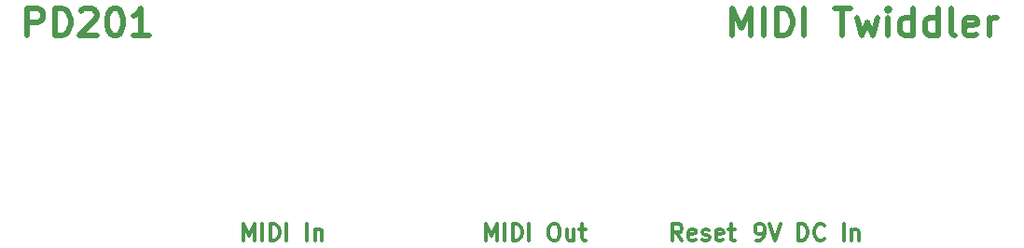
<source format=gbr>
%TF.GenerationSoftware,KiCad,Pcbnew,(5.1.9)-1*%
%TF.CreationDate,2021-03-13T23:47:23-08:00*%
%TF.ProjectId,miditwiddle-back,6d696469-7477-4696-9464-6c652d626163,rev?*%
%TF.SameCoordinates,PX9157080PY68799b0*%
%TF.FileFunction,Legend,Top*%
%TF.FilePolarity,Positive*%
%FSLAX46Y46*%
G04 Gerber Fmt 4.6, Leading zero omitted, Abs format (unit mm)*
G04 Created by KiCad (PCBNEW (5.1.9)-1) date 2021-03-13 23:47:23*
%MOMM*%
%LPD*%
G01*
G04 APERTURE LIST*
%ADD10C,0.300000*%
%ADD11C,0.500000*%
G04 APERTURE END LIST*
D10*
X22062857Y-2583571D02*
X22348571Y-2583571D01*
X22491428Y-2512142D01*
X22562857Y-2440714D01*
X22705714Y-2226428D01*
X22777142Y-1940714D01*
X22777142Y-1369285D01*
X22705714Y-1226428D01*
X22634285Y-1155000D01*
X22491428Y-1083571D01*
X22205714Y-1083571D01*
X22062857Y-1155000D01*
X21991428Y-1226428D01*
X21920000Y-1369285D01*
X21920000Y-1726428D01*
X21991428Y-1869285D01*
X22062857Y-1940714D01*
X22205714Y-2012142D01*
X22491428Y-2012142D01*
X22634285Y-1940714D01*
X22705714Y-1869285D01*
X22777142Y-1726428D01*
X23205714Y-1083571D02*
X23705714Y-2583571D01*
X24205714Y-1083571D01*
X25848571Y-2583571D02*
X25848571Y-1083571D01*
X26205714Y-1083571D01*
X26420000Y-1155000D01*
X26562857Y-1297857D01*
X26634285Y-1440714D01*
X26705714Y-1726428D01*
X26705714Y-1940714D01*
X26634285Y-2226428D01*
X26562857Y-2369285D01*
X26420000Y-2512142D01*
X26205714Y-2583571D01*
X25848571Y-2583571D01*
X28205714Y-2440714D02*
X28134285Y-2512142D01*
X27920000Y-2583571D01*
X27777142Y-2583571D01*
X27562857Y-2512142D01*
X27420000Y-2369285D01*
X27348571Y-2226428D01*
X27277142Y-1940714D01*
X27277142Y-1726428D01*
X27348571Y-1440714D01*
X27420000Y-1297857D01*
X27562857Y-1155000D01*
X27777142Y-1083571D01*
X27920000Y-1083571D01*
X28134285Y-1155000D01*
X28205714Y-1226428D01*
X29991428Y-2583571D02*
X29991428Y-1083571D01*
X30705714Y-1583571D02*
X30705714Y-2583571D01*
X30705714Y-1726428D02*
X30777142Y-1655000D01*
X30920000Y-1583571D01*
X31134285Y-1583571D01*
X31277142Y-1655000D01*
X31348571Y-1797857D01*
X31348571Y-2583571D01*
X-2523572Y-2583571D02*
X-2523572Y-1083571D01*
X-2023572Y-2155000D01*
X-1523572Y-1083571D01*
X-1523572Y-2583571D01*
X-809286Y-2583571D02*
X-809286Y-1083571D01*
X-95000Y-2583571D02*
X-95000Y-1083571D01*
X262142Y-1083571D01*
X476428Y-1155000D01*
X619285Y-1297857D01*
X690714Y-1440714D01*
X762142Y-1726428D01*
X762142Y-1940714D01*
X690714Y-2226428D01*
X619285Y-2369285D01*
X476428Y-2512142D01*
X262142Y-2583571D01*
X-95000Y-2583571D01*
X1405000Y-2583571D02*
X1405000Y-1083571D01*
X3547857Y-1083571D02*
X3833571Y-1083571D01*
X3976428Y-1155000D01*
X4119285Y-1297857D01*
X4190714Y-1583571D01*
X4190714Y-2083571D01*
X4119285Y-2369285D01*
X3976428Y-2512142D01*
X3833571Y-2583571D01*
X3547857Y-2583571D01*
X3405000Y-2512142D01*
X3262142Y-2369285D01*
X3190714Y-2083571D01*
X3190714Y-1583571D01*
X3262142Y-1297857D01*
X3405000Y-1155000D01*
X3547857Y-1083571D01*
X5476428Y-1583571D02*
X5476428Y-2583571D01*
X4833571Y-1583571D02*
X4833571Y-2369285D01*
X4905000Y-2512142D01*
X5047857Y-2583571D01*
X5262142Y-2583571D01*
X5405000Y-2512142D01*
X5476428Y-2440714D01*
X5976428Y-1583571D02*
X6547857Y-1583571D01*
X6190714Y-1083571D02*
X6190714Y-2369285D01*
X6262142Y-2512142D01*
X6405000Y-2583571D01*
X6547857Y-2583571D01*
X15287857Y-2583571D02*
X14787857Y-1869285D01*
X14430714Y-2583571D02*
X14430714Y-1083571D01*
X15002142Y-1083571D01*
X15145000Y-1155000D01*
X15216428Y-1226428D01*
X15287857Y-1369285D01*
X15287857Y-1583571D01*
X15216428Y-1726428D01*
X15145000Y-1797857D01*
X15002142Y-1869285D01*
X14430714Y-1869285D01*
X16502142Y-2512142D02*
X16359285Y-2583571D01*
X16073571Y-2583571D01*
X15930714Y-2512142D01*
X15859285Y-2369285D01*
X15859285Y-1797857D01*
X15930714Y-1655000D01*
X16073571Y-1583571D01*
X16359285Y-1583571D01*
X16502142Y-1655000D01*
X16573571Y-1797857D01*
X16573571Y-1940714D01*
X15859285Y-2083571D01*
X17145000Y-2512142D02*
X17287857Y-2583571D01*
X17573571Y-2583571D01*
X17716428Y-2512142D01*
X17787857Y-2369285D01*
X17787857Y-2297857D01*
X17716428Y-2155000D01*
X17573571Y-2083571D01*
X17359285Y-2083571D01*
X17216428Y-2012142D01*
X17145000Y-1869285D01*
X17145000Y-1797857D01*
X17216428Y-1655000D01*
X17359285Y-1583571D01*
X17573571Y-1583571D01*
X17716428Y-1655000D01*
X19002142Y-2512142D02*
X18859285Y-2583571D01*
X18573571Y-2583571D01*
X18430714Y-2512142D01*
X18359285Y-2369285D01*
X18359285Y-1797857D01*
X18430714Y-1655000D01*
X18573571Y-1583571D01*
X18859285Y-1583571D01*
X19002142Y-1655000D01*
X19073571Y-1797857D01*
X19073571Y-1940714D01*
X18359285Y-2083571D01*
X19502142Y-1583571D02*
X20073571Y-1583571D01*
X19716428Y-1083571D02*
X19716428Y-2369285D01*
X19787857Y-2512142D01*
X19930714Y-2583571D01*
X20073571Y-2583571D01*
X-24526429Y-2583571D02*
X-24526429Y-1083571D01*
X-24026429Y-2155000D01*
X-23526429Y-1083571D01*
X-23526429Y-2583571D01*
X-22812143Y-2583571D02*
X-22812143Y-1083571D01*
X-22097858Y-2583571D02*
X-22097858Y-1083571D01*
X-21740715Y-1083571D01*
X-21526429Y-1155000D01*
X-21383572Y-1297857D01*
X-21312143Y-1440714D01*
X-21240715Y-1726428D01*
X-21240715Y-1940714D01*
X-21312143Y-2226428D01*
X-21383572Y-2369285D01*
X-21526429Y-2512142D01*
X-21740715Y-2583571D01*
X-22097858Y-2583571D01*
X-20597858Y-2583571D02*
X-20597858Y-1083571D01*
X-18740715Y-2583571D02*
X-18740715Y-1083571D01*
X-18026429Y-1583571D02*
X-18026429Y-2583571D01*
X-18026429Y-1726428D02*
X-17955000Y-1655000D01*
X-17812143Y-1583571D01*
X-17597858Y-1583571D01*
X-17455000Y-1655000D01*
X-17383572Y-1797857D01*
X-17383572Y-2583571D01*
D11*
X19839285Y16014048D02*
X19839285Y18514048D01*
X20672619Y16728334D01*
X21505952Y18514048D01*
X21505952Y16014048D01*
X22696428Y16014048D02*
X22696428Y18514048D01*
X23886904Y16014048D02*
X23886904Y18514048D01*
X24482142Y18514048D01*
X24839285Y18395000D01*
X25077380Y18156905D01*
X25196428Y17918810D01*
X25315476Y17442620D01*
X25315476Y17085477D01*
X25196428Y16609286D01*
X25077380Y16371191D01*
X24839285Y16133096D01*
X24482142Y16014048D01*
X23886904Y16014048D01*
X26386904Y16014048D02*
X26386904Y18514048D01*
X29125000Y18514048D02*
X30553571Y18514048D01*
X29839285Y16014048D02*
X29839285Y18514048D01*
X31148809Y17680715D02*
X31625000Y16014048D01*
X32101190Y17204524D01*
X32577380Y16014048D01*
X33053571Y17680715D01*
X34005952Y16014048D02*
X34005952Y17680715D01*
X34005952Y18514048D02*
X33886904Y18395000D01*
X34005952Y18275953D01*
X34125000Y18395000D01*
X34005952Y18514048D01*
X34005952Y18275953D01*
X36267857Y16014048D02*
X36267857Y18514048D01*
X36267857Y16133096D02*
X36029761Y16014048D01*
X35553571Y16014048D01*
X35315476Y16133096D01*
X35196428Y16252143D01*
X35077380Y16490239D01*
X35077380Y17204524D01*
X35196428Y17442620D01*
X35315476Y17561667D01*
X35553571Y17680715D01*
X36029761Y17680715D01*
X36267857Y17561667D01*
X38529761Y16014048D02*
X38529761Y18514048D01*
X38529761Y16133096D02*
X38291666Y16014048D01*
X37815476Y16014048D01*
X37577380Y16133096D01*
X37458333Y16252143D01*
X37339285Y16490239D01*
X37339285Y17204524D01*
X37458333Y17442620D01*
X37577380Y17561667D01*
X37815476Y17680715D01*
X38291666Y17680715D01*
X38529761Y17561667D01*
X40077380Y16014048D02*
X39839285Y16133096D01*
X39720238Y16371191D01*
X39720238Y18514048D01*
X41982142Y16133096D02*
X41744047Y16014048D01*
X41267857Y16014048D01*
X41029761Y16133096D01*
X40910714Y16371191D01*
X40910714Y17323572D01*
X41029761Y17561667D01*
X41267857Y17680715D01*
X41744047Y17680715D01*
X41982142Y17561667D01*
X42101190Y17323572D01*
X42101190Y17085477D01*
X40910714Y16847381D01*
X43172619Y16014048D02*
X43172619Y17680715D01*
X43172619Y17204524D02*
X43291666Y17442620D01*
X43410714Y17561667D01*
X43648809Y17680715D01*
X43886904Y17680715D01*
X-44164762Y16014048D02*
X-44164762Y18514048D01*
X-43212381Y18514048D01*
X-42974286Y18395000D01*
X-42855239Y18275953D01*
X-42736191Y18037858D01*
X-42736191Y17680715D01*
X-42855239Y17442620D01*
X-42974286Y17323572D01*
X-43212381Y17204524D01*
X-44164762Y17204524D01*
X-41664762Y16014048D02*
X-41664762Y18514048D01*
X-41069524Y18514048D01*
X-40712381Y18395000D01*
X-40474286Y18156905D01*
X-40355239Y17918810D01*
X-40236191Y17442620D01*
X-40236191Y17085477D01*
X-40355239Y16609286D01*
X-40474286Y16371191D01*
X-40712381Y16133096D01*
X-41069524Y16014048D01*
X-41664762Y16014048D01*
X-39283810Y18275953D02*
X-39164762Y18395000D01*
X-38926667Y18514048D01*
X-38331429Y18514048D01*
X-38093334Y18395000D01*
X-37974286Y18275953D01*
X-37855239Y18037858D01*
X-37855239Y17799762D01*
X-37974286Y17442620D01*
X-39402858Y16014048D01*
X-37855239Y16014048D01*
X-36307620Y18514048D02*
X-36069524Y18514048D01*
X-35831429Y18395000D01*
X-35712381Y18275953D01*
X-35593334Y18037858D01*
X-35474286Y17561667D01*
X-35474286Y16966429D01*
X-35593334Y16490239D01*
X-35712381Y16252143D01*
X-35831429Y16133096D01*
X-36069524Y16014048D01*
X-36307620Y16014048D01*
X-36545715Y16133096D01*
X-36664762Y16252143D01*
X-36783810Y16490239D01*
X-36902858Y16966429D01*
X-36902858Y17561667D01*
X-36783810Y18037858D01*
X-36664762Y18275953D01*
X-36545715Y18395000D01*
X-36307620Y18514048D01*
X-33093334Y16014048D02*
X-34521905Y16014048D01*
X-33807620Y16014048D02*
X-33807620Y18514048D01*
X-34045715Y18156905D01*
X-34283810Y17918810D01*
X-34521905Y17799762D01*
M02*

</source>
